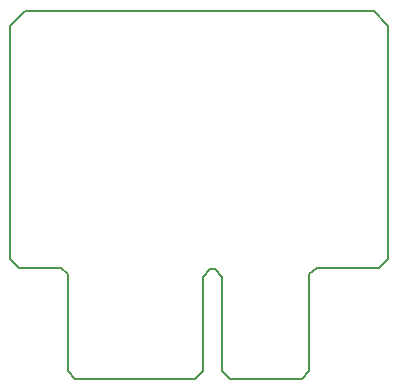
<source format=gm1>
G04 #@! TF.GenerationSoftware,KiCad,Pcbnew,(5.1.5)-3*
G04 #@! TF.CreationDate,2020-03-16T23:26:29+11:00*
G04 #@! TF.ProjectId,din_meter_atm90e26,64696e5f-6d65-4746-9572-5f61746d3930,rev?*
G04 #@! TF.SameCoordinates,Original*
G04 #@! TF.FileFunction,Profile,NP*
%FSLAX46Y46*%
G04 Gerber Fmt 4.6, Leading zero omitted, Abs format (unit mm)*
G04 Created by KiCad (PCBNEW (5.1.5)-3) date 2020-03-16 23:26:29*
%MOMM*%
%LPD*%
G04 APERTURE LIST*
%ADD10C,0.150000*%
G04 APERTURE END LIST*
D10*
X134160000Y-80150000D02*
X134747000Y-80645000D01*
X155910000Y-80150000D02*
X155194000Y-80645000D01*
X131160000Y-58400000D02*
X160660000Y-58400000D01*
X130660000Y-80150000D02*
X134160000Y-80150000D01*
X129910000Y-79400000D02*
X130660000Y-80150000D01*
X161160000Y-80150000D02*
X155910000Y-80150000D01*
X161910000Y-79400000D02*
X161160000Y-80150000D01*
X160660000Y-58400000D02*
X161910000Y-59650000D01*
X129910000Y-59650000D02*
X131160000Y-58400000D01*
X161910000Y-79400000D02*
X161910000Y-59650000D01*
X129910000Y-59650000D02*
X129910000Y-79400000D01*
X147193000Y-80264000D02*
X147828000Y-80899000D01*
X146812000Y-80264000D02*
X146177000Y-80899000D01*
X134747000Y-80645000D02*
X134747000Y-80645000D01*
X150876000Y-58293000D02*
X150876000Y-58293000D01*
X155194000Y-88900000D02*
X155194000Y-80645000D01*
X154559000Y-89535000D02*
X155194000Y-88900000D01*
X148463000Y-89535000D02*
X154559000Y-89535000D01*
X147828000Y-88900000D02*
X148463000Y-89535000D01*
X147828000Y-80899000D02*
X147828000Y-88900000D01*
X146812000Y-80264000D02*
X147193000Y-80264000D01*
X146177000Y-88900000D02*
X146177000Y-80899000D01*
X145542000Y-89535000D02*
X146177000Y-88900000D01*
X135382000Y-89535000D02*
X145542000Y-89535000D01*
X134747000Y-88900000D02*
X135382000Y-89535000D01*
X134747000Y-80645000D02*
X134747000Y-88900000D01*
M02*

</source>
